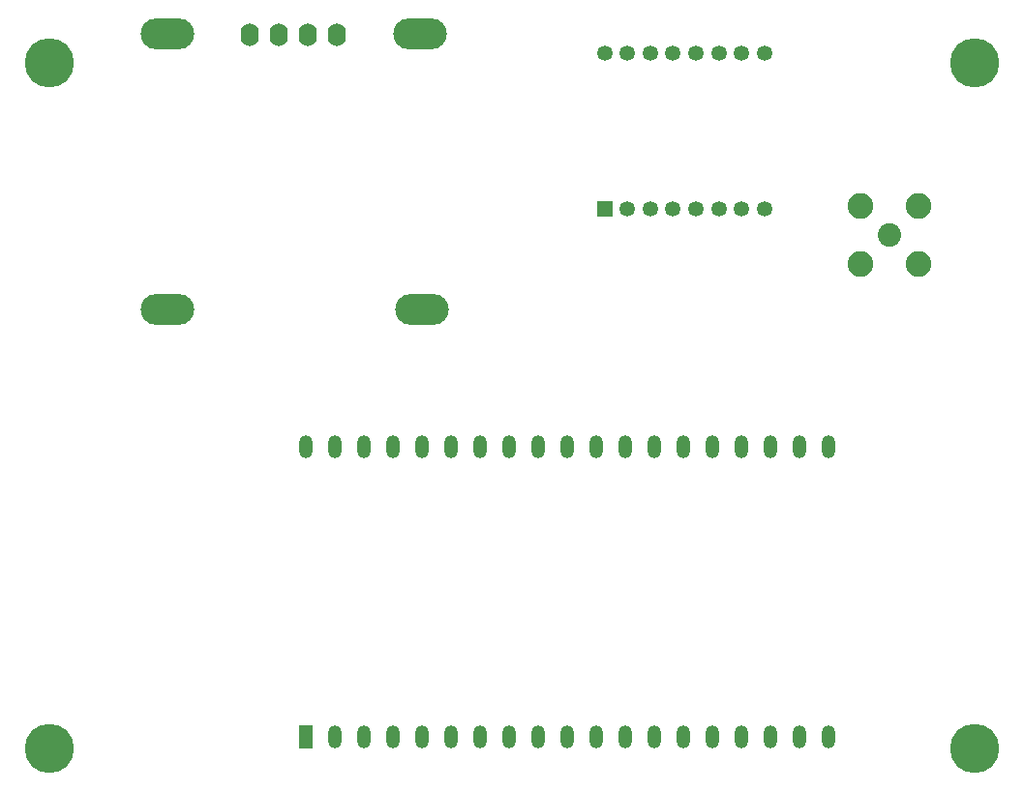
<source format=gbr>
%TF.GenerationSoftware,KiCad,Pcbnew,6.0.7+dfsg-1build1*%
%TF.CreationDate,2023-02-23T20:09:56+01:00*%
%TF.ProjectId,mqtt_bridge,6d717474-5f62-4726-9964-67652e6b6963,rev?*%
%TF.SameCoordinates,Original*%
%TF.FileFunction,Soldermask,Top*%
%TF.FilePolarity,Negative*%
%FSLAX46Y46*%
G04 Gerber Fmt 4.6, Leading zero omitted, Abs format (unit mm)*
G04 Created by KiCad (PCBNEW 6.0.7+dfsg-1build1) date 2023-02-23 20:09:56*
%MOMM*%
%LPD*%
G01*
G04 APERTURE LIST*
%ADD10O,1.600000X2.000000*%
%ADD11O,4.680000X2.690000*%
%ADD12C,4.300000*%
%ADD13C,2.050000*%
%ADD14C,2.250000*%
%ADD15R,1.200000X2.000000*%
%ADD16O,1.200000X2.000000*%
%ADD17R,1.350000X1.350000*%
%ADD18C,1.350000*%
G04 APERTURE END LIST*
D10*
%TO.C,Display*%
X98200000Y-29550000D03*
X95660000Y-29550000D03*
X93120000Y-29550000D03*
X90580000Y-29550000D03*
D11*
X83400000Y-29450000D03*
X83400000Y-53550000D03*
X105600000Y-53550000D03*
X105500000Y-29450000D03*
%TD*%
D12*
%TO.C,REF\u002A\u002A*%
X154000000Y-32000000D03*
%TD*%
D13*
%TO.C,ANT*%
X146500000Y-47000000D03*
D14*
X143960000Y-44460000D03*
X149040000Y-44460000D03*
X149040000Y-49540000D03*
X143960000Y-49540000D03*
%TD*%
D15*
%TO.C,U2*%
X95500000Y-91000000D03*
D16*
X98040000Y-91000000D03*
X100580000Y-91000000D03*
X103120000Y-91000000D03*
X105660000Y-91000000D03*
X108200000Y-91000000D03*
X110740000Y-91000000D03*
X113280000Y-91000000D03*
X115820000Y-91000000D03*
X118360000Y-91000000D03*
X120900000Y-91000000D03*
X123440000Y-91000000D03*
X125980000Y-91000000D03*
X128520000Y-91000000D03*
X131060000Y-91000000D03*
X133600000Y-91000000D03*
X136140000Y-91000000D03*
X138680000Y-91000000D03*
X141220000Y-91000000D03*
X141217280Y-65603680D03*
X138677280Y-65603680D03*
X136140000Y-65600000D03*
X133600000Y-65600000D03*
X131060000Y-65600000D03*
X128520000Y-65600000D03*
X125980000Y-65600000D03*
X123440000Y-65600000D03*
X120900000Y-65600000D03*
X118360000Y-65600000D03*
X115820000Y-65600000D03*
X113280000Y-65600000D03*
X110740000Y-65600000D03*
X108200000Y-65600000D03*
X105660000Y-65600000D03*
X103120000Y-65600000D03*
X100580000Y-65600000D03*
X98040000Y-65600000D03*
X95500000Y-65600000D03*
%TD*%
D12*
%TO.C,REF\u002A\u002A*%
X73000000Y-92000000D03*
%TD*%
D17*
%TO.C,U1*%
X121592500Y-44707500D03*
D18*
X123592500Y-44707500D03*
X125592500Y-44707500D03*
X127592500Y-44707500D03*
X129592500Y-44707500D03*
X131592500Y-44707500D03*
X133592500Y-44707500D03*
X135592500Y-44707500D03*
X135592500Y-31107500D03*
X133592500Y-31107500D03*
X131592500Y-31107500D03*
X129592500Y-31107500D03*
X127592500Y-31107500D03*
X125592500Y-31107500D03*
X123592500Y-31107500D03*
X121592500Y-31107500D03*
%TD*%
D12*
%TO.C,REF\u002A\u002A*%
X73000000Y-32000000D03*
%TD*%
%TO.C,REF\u002A\u002A*%
X154000000Y-92000000D03*
%TD*%
M02*

</source>
